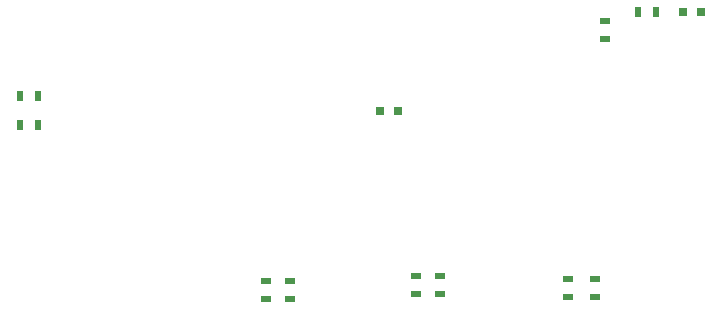
<source format=gbr>
G04 #@! TF.FileFunction,Paste,Top*
%FSLAX46Y46*%
G04 Gerber Fmt 4.6, Leading zero omitted, Abs format (unit mm)*
G04 Created by KiCad (PCBNEW 4.0.1-3.201512221402+6198~38~ubuntu14.04.1-stable) date Thu 28 Jan 2016 03:12:28 PM CST*
%MOMM*%
G01*
G04 APERTURE LIST*
%ADD10C,0.100000*%
%ADD11R,0.800000X0.750000*%
%ADD12R,0.797560X0.797560*%
%ADD13R,0.900000X0.500000*%
%ADD14R,0.500000X0.900000*%
G04 APERTURE END LIST*
D10*
D11*
X146292000Y-95250000D03*
X144792000Y-95250000D03*
D12*
X171945300Y-86868000D03*
X170446700Y-86868000D03*
D13*
X162941000Y-110986000D03*
X162941000Y-109486000D03*
X160655000Y-110986000D03*
X160655000Y-109486000D03*
X149860000Y-110732000D03*
X149860000Y-109232000D03*
X147828000Y-110732000D03*
X147828000Y-109232000D03*
X137160000Y-111113000D03*
X137160000Y-109613000D03*
X135128000Y-111113000D03*
X135128000Y-109613000D03*
D14*
X168136000Y-86868000D03*
X166636000Y-86868000D03*
D13*
X163830000Y-87642000D03*
X163830000Y-89142000D03*
D14*
X115812000Y-93980000D03*
X114312000Y-93980000D03*
X115812000Y-96393000D03*
X114312000Y-96393000D03*
M02*

</source>
